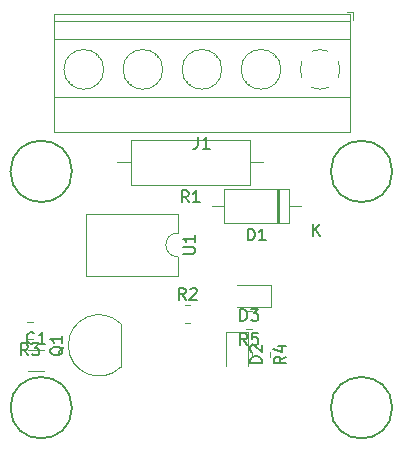
<source format=gbr>
%TF.GenerationSoftware,KiCad,Pcbnew,7.0.6-1.fc38*%
%TF.CreationDate,2023-08-14T17:52:24+02:00*%
%TF.ProjectId,220V_OPTO_SWITCH,32323056-5f4f-4505-944f-5f5357495443,rev?*%
%TF.SameCoordinates,Original*%
%TF.FileFunction,Legend,Top*%
%TF.FilePolarity,Positive*%
%FSLAX46Y46*%
G04 Gerber Fmt 4.6, Leading zero omitted, Abs format (unit mm)*
G04 Created by KiCad (PCBNEW 7.0.6-1.fc38) date 2023-08-14 17:52:24*
%MOMM*%
%LPD*%
G01*
G04 APERTURE LIST*
%ADD10C,0.150000*%
%ADD11C,0.120000*%
G04 APERTURE END LIST*
D10*
X115122000Y-96968000D02*
G75*
G03*
X115122000Y-96968000I-2600000J0D01*
G01*
X115122000Y-76962000D02*
G75*
G03*
X115122000Y-76962000I-2600000J0D01*
G01*
X88004000Y-96968000D02*
G75*
G03*
X88004000Y-96968000I-2600000J0D01*
G01*
X88004000Y-76962000D02*
G75*
G03*
X88004000Y-76962000I-2600000J0D01*
G01*
X97415819Y-83946904D02*
X98225342Y-83946904D01*
X98225342Y-83946904D02*
X98320580Y-83899285D01*
X98320580Y-83899285D02*
X98368200Y-83851666D01*
X98368200Y-83851666D02*
X98415819Y-83756428D01*
X98415819Y-83756428D02*
X98415819Y-83565952D01*
X98415819Y-83565952D02*
X98368200Y-83470714D01*
X98368200Y-83470714D02*
X98320580Y-83423095D01*
X98320580Y-83423095D02*
X98225342Y-83375476D01*
X98225342Y-83375476D02*
X97415819Y-83375476D01*
X98415819Y-82375476D02*
X98415819Y-82946904D01*
X98415819Y-82661190D02*
X97415819Y-82661190D01*
X97415819Y-82661190D02*
X97558676Y-82756428D01*
X97558676Y-82756428D02*
X97653914Y-82851666D01*
X97653914Y-82851666D02*
X97701533Y-82946904D01*
X102846333Y-91639819D02*
X102513000Y-91163628D01*
X102274905Y-91639819D02*
X102274905Y-90639819D01*
X102274905Y-90639819D02*
X102655857Y-90639819D01*
X102655857Y-90639819D02*
X102751095Y-90687438D01*
X102751095Y-90687438D02*
X102798714Y-90735057D01*
X102798714Y-90735057D02*
X102846333Y-90830295D01*
X102846333Y-90830295D02*
X102846333Y-90973152D01*
X102846333Y-90973152D02*
X102798714Y-91068390D01*
X102798714Y-91068390D02*
X102751095Y-91116009D01*
X102751095Y-91116009D02*
X102655857Y-91163628D01*
X102655857Y-91163628D02*
X102274905Y-91163628D01*
X103751095Y-90639819D02*
X103274905Y-90639819D01*
X103274905Y-90639819D02*
X103227286Y-91116009D01*
X103227286Y-91116009D02*
X103274905Y-91068390D01*
X103274905Y-91068390D02*
X103370143Y-91020771D01*
X103370143Y-91020771D02*
X103608238Y-91020771D01*
X103608238Y-91020771D02*
X103703476Y-91068390D01*
X103703476Y-91068390D02*
X103751095Y-91116009D01*
X103751095Y-91116009D02*
X103798714Y-91211247D01*
X103798714Y-91211247D02*
X103798714Y-91449342D01*
X103798714Y-91449342D02*
X103751095Y-91544580D01*
X103751095Y-91544580D02*
X103703476Y-91592200D01*
X103703476Y-91592200D02*
X103608238Y-91639819D01*
X103608238Y-91639819D02*
X103370143Y-91639819D01*
X103370143Y-91639819D02*
X103274905Y-91592200D01*
X103274905Y-91592200D02*
X103227286Y-91544580D01*
X106117819Y-92638666D02*
X105641628Y-92971999D01*
X106117819Y-93210094D02*
X105117819Y-93210094D01*
X105117819Y-93210094D02*
X105117819Y-92829142D01*
X105117819Y-92829142D02*
X105165438Y-92733904D01*
X105165438Y-92733904D02*
X105213057Y-92686285D01*
X105213057Y-92686285D02*
X105308295Y-92638666D01*
X105308295Y-92638666D02*
X105451152Y-92638666D01*
X105451152Y-92638666D02*
X105546390Y-92686285D01*
X105546390Y-92686285D02*
X105594009Y-92733904D01*
X105594009Y-92733904D02*
X105641628Y-92829142D01*
X105641628Y-92829142D02*
X105641628Y-93210094D01*
X105451152Y-91781523D02*
X106117819Y-91781523D01*
X105070200Y-92019618D02*
X105784485Y-92257713D01*
X105784485Y-92257713D02*
X105784485Y-91638666D01*
X84288333Y-92528819D02*
X83955000Y-92052628D01*
X83716905Y-92528819D02*
X83716905Y-91528819D01*
X83716905Y-91528819D02*
X84097857Y-91528819D01*
X84097857Y-91528819D02*
X84193095Y-91576438D01*
X84193095Y-91576438D02*
X84240714Y-91624057D01*
X84240714Y-91624057D02*
X84288333Y-91719295D01*
X84288333Y-91719295D02*
X84288333Y-91862152D01*
X84288333Y-91862152D02*
X84240714Y-91957390D01*
X84240714Y-91957390D02*
X84193095Y-92005009D01*
X84193095Y-92005009D02*
X84097857Y-92052628D01*
X84097857Y-92052628D02*
X83716905Y-92052628D01*
X84621667Y-91528819D02*
X85240714Y-91528819D01*
X85240714Y-91528819D02*
X84907381Y-91909771D01*
X84907381Y-91909771D02*
X85050238Y-91909771D01*
X85050238Y-91909771D02*
X85145476Y-91957390D01*
X85145476Y-91957390D02*
X85193095Y-92005009D01*
X85193095Y-92005009D02*
X85240714Y-92100247D01*
X85240714Y-92100247D02*
X85240714Y-92338342D01*
X85240714Y-92338342D02*
X85193095Y-92433580D01*
X85193095Y-92433580D02*
X85145476Y-92481200D01*
X85145476Y-92481200D02*
X85050238Y-92528819D01*
X85050238Y-92528819D02*
X84764524Y-92528819D01*
X84764524Y-92528819D02*
X84669286Y-92481200D01*
X84669286Y-92481200D02*
X84621667Y-92433580D01*
X97623333Y-87831819D02*
X97290000Y-87355628D01*
X97051905Y-87831819D02*
X97051905Y-86831819D01*
X97051905Y-86831819D02*
X97432857Y-86831819D01*
X97432857Y-86831819D02*
X97528095Y-86879438D01*
X97528095Y-86879438D02*
X97575714Y-86927057D01*
X97575714Y-86927057D02*
X97623333Y-87022295D01*
X97623333Y-87022295D02*
X97623333Y-87165152D01*
X97623333Y-87165152D02*
X97575714Y-87260390D01*
X97575714Y-87260390D02*
X97528095Y-87308009D01*
X97528095Y-87308009D02*
X97432857Y-87355628D01*
X97432857Y-87355628D02*
X97051905Y-87355628D01*
X98004286Y-86927057D02*
X98051905Y-86879438D01*
X98051905Y-86879438D02*
X98147143Y-86831819D01*
X98147143Y-86831819D02*
X98385238Y-86831819D01*
X98385238Y-86831819D02*
X98480476Y-86879438D01*
X98480476Y-86879438D02*
X98528095Y-86927057D01*
X98528095Y-86927057D02*
X98575714Y-87022295D01*
X98575714Y-87022295D02*
X98575714Y-87117533D01*
X98575714Y-87117533D02*
X98528095Y-87260390D01*
X98528095Y-87260390D02*
X97956667Y-87831819D01*
X97956667Y-87831819D02*
X98575714Y-87831819D01*
X97877333Y-79574819D02*
X97544000Y-79098628D01*
X97305905Y-79574819D02*
X97305905Y-78574819D01*
X97305905Y-78574819D02*
X97686857Y-78574819D01*
X97686857Y-78574819D02*
X97782095Y-78622438D01*
X97782095Y-78622438D02*
X97829714Y-78670057D01*
X97829714Y-78670057D02*
X97877333Y-78765295D01*
X97877333Y-78765295D02*
X97877333Y-78908152D01*
X97877333Y-78908152D02*
X97829714Y-79003390D01*
X97829714Y-79003390D02*
X97782095Y-79051009D01*
X97782095Y-79051009D02*
X97686857Y-79098628D01*
X97686857Y-79098628D02*
X97305905Y-79098628D01*
X98829714Y-79574819D02*
X98258286Y-79574819D01*
X98544000Y-79574819D02*
X98544000Y-78574819D01*
X98544000Y-78574819D02*
X98448762Y-78717676D01*
X98448762Y-78717676D02*
X98353524Y-78812914D01*
X98353524Y-78812914D02*
X98258286Y-78860533D01*
X87287057Y-91789238D02*
X87239438Y-91884476D01*
X87239438Y-91884476D02*
X87144200Y-91979714D01*
X87144200Y-91979714D02*
X87001342Y-92122571D01*
X87001342Y-92122571D02*
X86953723Y-92217809D01*
X86953723Y-92217809D02*
X86953723Y-92313047D01*
X87191819Y-92265428D02*
X87144200Y-92360666D01*
X87144200Y-92360666D02*
X87048961Y-92455904D01*
X87048961Y-92455904D02*
X86858485Y-92503523D01*
X86858485Y-92503523D02*
X86525152Y-92503523D01*
X86525152Y-92503523D02*
X86334676Y-92455904D01*
X86334676Y-92455904D02*
X86239438Y-92360666D01*
X86239438Y-92360666D02*
X86191819Y-92265428D01*
X86191819Y-92265428D02*
X86191819Y-92074952D01*
X86191819Y-92074952D02*
X86239438Y-91979714D01*
X86239438Y-91979714D02*
X86334676Y-91884476D01*
X86334676Y-91884476D02*
X86525152Y-91836857D01*
X86525152Y-91836857D02*
X86858485Y-91836857D01*
X86858485Y-91836857D02*
X87048961Y-91884476D01*
X87048961Y-91884476D02*
X87144200Y-91979714D01*
X87144200Y-91979714D02*
X87191819Y-92074952D01*
X87191819Y-92074952D02*
X87191819Y-92265428D01*
X87191819Y-90884476D02*
X87191819Y-91455904D01*
X87191819Y-91170190D02*
X86191819Y-91170190D01*
X86191819Y-91170190D02*
X86334676Y-91265428D01*
X86334676Y-91265428D02*
X86429914Y-91360666D01*
X86429914Y-91360666D02*
X86477533Y-91455904D01*
X98679666Y-74040819D02*
X98679666Y-74755104D01*
X98679666Y-74755104D02*
X98632047Y-74897961D01*
X98632047Y-74897961D02*
X98536809Y-74993200D01*
X98536809Y-74993200D02*
X98393952Y-75040819D01*
X98393952Y-75040819D02*
X98298714Y-75040819D01*
X99679666Y-75040819D02*
X99108238Y-75040819D01*
X99393952Y-75040819D02*
X99393952Y-74040819D01*
X99393952Y-74040819D02*
X99298714Y-74183676D01*
X99298714Y-74183676D02*
X99203476Y-74278914D01*
X99203476Y-74278914D02*
X99108238Y-74326533D01*
X102267905Y-89607819D02*
X102267905Y-88607819D01*
X102267905Y-88607819D02*
X102506000Y-88607819D01*
X102506000Y-88607819D02*
X102648857Y-88655438D01*
X102648857Y-88655438D02*
X102744095Y-88750676D01*
X102744095Y-88750676D02*
X102791714Y-88845914D01*
X102791714Y-88845914D02*
X102839333Y-89036390D01*
X102839333Y-89036390D02*
X102839333Y-89179247D01*
X102839333Y-89179247D02*
X102791714Y-89369723D01*
X102791714Y-89369723D02*
X102744095Y-89464961D01*
X102744095Y-89464961D02*
X102648857Y-89560200D01*
X102648857Y-89560200D02*
X102506000Y-89607819D01*
X102506000Y-89607819D02*
X102267905Y-89607819D01*
X103172667Y-88607819D02*
X103791714Y-88607819D01*
X103791714Y-88607819D02*
X103458381Y-88988771D01*
X103458381Y-88988771D02*
X103601238Y-88988771D01*
X103601238Y-88988771D02*
X103696476Y-89036390D01*
X103696476Y-89036390D02*
X103744095Y-89084009D01*
X103744095Y-89084009D02*
X103791714Y-89179247D01*
X103791714Y-89179247D02*
X103791714Y-89417342D01*
X103791714Y-89417342D02*
X103744095Y-89512580D01*
X103744095Y-89512580D02*
X103696476Y-89560200D01*
X103696476Y-89560200D02*
X103601238Y-89607819D01*
X103601238Y-89607819D02*
X103315524Y-89607819D01*
X103315524Y-89607819D02*
X103220286Y-89560200D01*
X103220286Y-89560200D02*
X103172667Y-89512580D01*
X104085819Y-93194094D02*
X103085819Y-93194094D01*
X103085819Y-93194094D02*
X103085819Y-92955999D01*
X103085819Y-92955999D02*
X103133438Y-92813142D01*
X103133438Y-92813142D02*
X103228676Y-92717904D01*
X103228676Y-92717904D02*
X103323914Y-92670285D01*
X103323914Y-92670285D02*
X103514390Y-92622666D01*
X103514390Y-92622666D02*
X103657247Y-92622666D01*
X103657247Y-92622666D02*
X103847723Y-92670285D01*
X103847723Y-92670285D02*
X103942961Y-92717904D01*
X103942961Y-92717904D02*
X104038200Y-92813142D01*
X104038200Y-92813142D02*
X104085819Y-92955999D01*
X104085819Y-92955999D02*
X104085819Y-93194094D01*
X103181057Y-92241713D02*
X103133438Y-92194094D01*
X103133438Y-92194094D02*
X103085819Y-92098856D01*
X103085819Y-92098856D02*
X103085819Y-91860761D01*
X103085819Y-91860761D02*
X103133438Y-91765523D01*
X103133438Y-91765523D02*
X103181057Y-91717904D01*
X103181057Y-91717904D02*
X103276295Y-91670285D01*
X103276295Y-91670285D02*
X103371533Y-91670285D01*
X103371533Y-91670285D02*
X103514390Y-91717904D01*
X103514390Y-91717904D02*
X104085819Y-92289332D01*
X104085819Y-92289332D02*
X104085819Y-91670285D01*
X102893905Y-82807819D02*
X102893905Y-81807819D01*
X102893905Y-81807819D02*
X103132000Y-81807819D01*
X103132000Y-81807819D02*
X103274857Y-81855438D01*
X103274857Y-81855438D02*
X103370095Y-81950676D01*
X103370095Y-81950676D02*
X103417714Y-82045914D01*
X103417714Y-82045914D02*
X103465333Y-82236390D01*
X103465333Y-82236390D02*
X103465333Y-82379247D01*
X103465333Y-82379247D02*
X103417714Y-82569723D01*
X103417714Y-82569723D02*
X103370095Y-82664961D01*
X103370095Y-82664961D02*
X103274857Y-82760200D01*
X103274857Y-82760200D02*
X103132000Y-82807819D01*
X103132000Y-82807819D02*
X102893905Y-82807819D01*
X104417714Y-82807819D02*
X103846286Y-82807819D01*
X104132000Y-82807819D02*
X104132000Y-81807819D01*
X104132000Y-81807819D02*
X104036762Y-81950676D01*
X104036762Y-81950676D02*
X103941524Y-82045914D01*
X103941524Y-82045914D02*
X103846286Y-82093533D01*
X108450095Y-82437819D02*
X108450095Y-81437819D01*
X109021523Y-82437819D02*
X108592952Y-81866390D01*
X109021523Y-81437819D02*
X108450095Y-82009247D01*
X84796333Y-91473580D02*
X84748714Y-91521200D01*
X84748714Y-91521200D02*
X84605857Y-91568819D01*
X84605857Y-91568819D02*
X84510619Y-91568819D01*
X84510619Y-91568819D02*
X84367762Y-91521200D01*
X84367762Y-91521200D02*
X84272524Y-91425961D01*
X84272524Y-91425961D02*
X84224905Y-91330723D01*
X84224905Y-91330723D02*
X84177286Y-91140247D01*
X84177286Y-91140247D02*
X84177286Y-90997390D01*
X84177286Y-90997390D02*
X84224905Y-90806914D01*
X84224905Y-90806914D02*
X84272524Y-90711676D01*
X84272524Y-90711676D02*
X84367762Y-90616438D01*
X84367762Y-90616438D02*
X84510619Y-90568819D01*
X84510619Y-90568819D02*
X84605857Y-90568819D01*
X84605857Y-90568819D02*
X84748714Y-90616438D01*
X84748714Y-90616438D02*
X84796333Y-90664057D01*
X85748714Y-91568819D02*
X85177286Y-91568819D01*
X85463000Y-91568819D02*
X85463000Y-90568819D01*
X85463000Y-90568819D02*
X85367762Y-90711676D01*
X85367762Y-90711676D02*
X85272524Y-90806914D01*
X85272524Y-90806914D02*
X85177286Y-90854533D01*
D11*
%TO.C,U1*%
X96961000Y-85835000D02*
X96961000Y-84185000D01*
X89221000Y-85835000D02*
X96961000Y-85835000D01*
X96961000Y-80535000D02*
X89221000Y-80535000D01*
X89221000Y-80535000D02*
X89221000Y-85835000D01*
X96961000Y-82185000D02*
X96961000Y-80535000D01*
X96961000Y-82185000D02*
G75*
G03*
X96961000Y-84185000I0J-1000000D01*
G01*
%TO.C,R5*%
X103240064Y-90270000D02*
X102785936Y-90270000D01*
X103240064Y-88800000D02*
X102785936Y-88800000D01*
%TO.C,R4*%
X104748000Y-92244936D02*
X104748000Y-92699064D01*
X103278000Y-92244936D02*
X103278000Y-92699064D01*
%TO.C,R3*%
X84682064Y-91159000D02*
X84227936Y-91159000D01*
X84682064Y-89689000D02*
X84227936Y-89689000D01*
%TO.C,R2*%
X97562936Y-88292000D02*
X98017064Y-88292000D01*
X97562936Y-89762000D02*
X98017064Y-89762000D01*
%TO.C,R1*%
X91864000Y-76200000D02*
X92974000Y-76200000D01*
X92974000Y-78120000D02*
X103114000Y-78120000D01*
X92974000Y-74280000D02*
X92974000Y-78120000D01*
X104224000Y-76200000D02*
X103114000Y-76200000D01*
X103114000Y-78120000D02*
X103114000Y-74280000D01*
X103114000Y-74280000D02*
X92974000Y-74280000D01*
%TO.C,Q1*%
X92147000Y-93494000D02*
X92147000Y-89894000D01*
X92135478Y-89855522D02*
G75*
G03*
X87697000Y-91694000I-1838478J-1838478D01*
G01*
X87697000Y-91694000D02*
G75*
G03*
X92135478Y-93532478I2600000J0D01*
G01*
%TO.C,J1*%
X90240000Y-67303000D02*
X90287000Y-67257000D01*
X92738000Y-69395000D02*
X92785000Y-69349000D01*
X97738000Y-69395000D02*
X97785000Y-69349000D01*
X111573000Y-73587000D02*
X86453000Y-73587000D01*
X92943000Y-69601000D02*
X92978000Y-69565000D01*
X105047000Y-67087000D02*
X105082000Y-67052000D01*
X87943000Y-69601000D02*
X87978000Y-69565000D01*
X111573000Y-63666000D02*
X86453000Y-63666000D01*
X102738000Y-69395000D02*
X102785000Y-69349000D01*
X111813000Y-63426000D02*
X111313000Y-63426000D01*
X100047000Y-67087000D02*
X100082000Y-67052000D01*
X90047000Y-67087000D02*
X90082000Y-67052000D01*
X111573000Y-65726000D02*
X86453000Y-65726000D01*
X102943000Y-69601000D02*
X102978000Y-69565000D01*
X111813000Y-64166000D02*
X111813000Y-63426000D01*
X97943000Y-69601000D02*
X97978000Y-69565000D01*
X105240000Y-67303000D02*
X105287000Y-67257000D01*
X100240000Y-67303000D02*
X100287000Y-67257000D01*
X95047000Y-67087000D02*
X95082000Y-67052000D01*
X86453000Y-73587000D02*
X86453000Y-63666000D01*
X111573000Y-64226000D02*
X86453000Y-64226000D01*
X87738000Y-69395000D02*
X87785000Y-69349000D01*
X111573000Y-73587000D02*
X111573000Y-63666000D01*
X95240000Y-67303000D02*
X95287000Y-67257000D01*
X111573000Y-70627000D02*
X86453000Y-70627000D01*
X108329001Y-69860999D02*
G75*
G03*
X109696042Y-69861426I684000J1534992D01*
G01*
X107478000Y-67642000D02*
G75*
G03*
X107477574Y-69009042I1535000J-684000D01*
G01*
X109697000Y-66791001D02*
G75*
G03*
X108984195Y-66645748I-683999J-1535000D01*
G01*
X109013000Y-66646001D02*
G75*
G03*
X108329682Y-66791245I0J-1679999D01*
G01*
X110547999Y-69009999D02*
G75*
G03*
X110548426Y-67642958I-1534992J684000D01*
G01*
X100693000Y-68326000D02*
G75*
G03*
X100693000Y-68326000I-1680000J0D01*
G01*
X95693000Y-68326000D02*
G75*
G03*
X95693000Y-68326000I-1680000J0D01*
G01*
X90693000Y-68326000D02*
G75*
G03*
X90693000Y-68326000I-1680000J0D01*
G01*
X105693000Y-68326000D02*
G75*
G03*
X105693000Y-68326000I-1680000J0D01*
G01*
%TO.C,D3*%
X104866000Y-86543000D02*
X102006000Y-86543000D01*
X102006000Y-88463000D02*
X104866000Y-88463000D01*
X104866000Y-88463000D02*
X104866000Y-86543000D01*
%TO.C,D2*%
X101021000Y-90596000D02*
X101021000Y-93456000D01*
X102941000Y-93456000D02*
X102941000Y-90596000D01*
X102941000Y-90596000D02*
X101021000Y-90596000D01*
%TO.C,D1*%
X105452000Y-81353000D02*
X105452000Y-78413000D01*
X105332000Y-81353000D02*
X105332000Y-78413000D01*
X106352000Y-78413000D02*
X100912000Y-78413000D01*
X99892000Y-79883000D02*
X100912000Y-79883000D01*
X106352000Y-81353000D02*
X106352000Y-78413000D01*
X105572000Y-81353000D02*
X105572000Y-78413000D01*
X100912000Y-78413000D02*
X100912000Y-81353000D01*
X107372000Y-79883000D02*
X106352000Y-79883000D01*
X100912000Y-81353000D02*
X106352000Y-81353000D01*
%TO.C,C1*%
X84251748Y-93874000D02*
X85674252Y-93874000D01*
X84251748Y-92054000D02*
X85674252Y-92054000D01*
%TD*%
M02*

</source>
